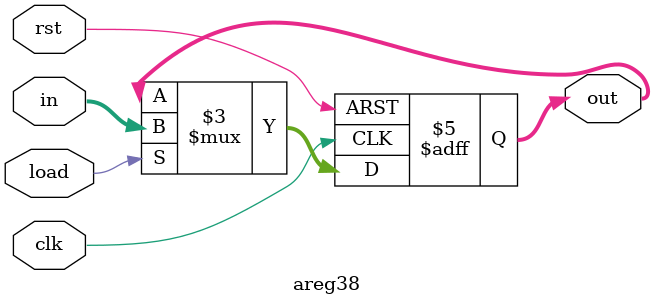
<source format=sv>
module areg38 (clk, rst, load, in, out);

	/*parameter WIDTH = 16; 

	input clk, rst, load;
	input [2*WIDTH+5:0] in;
	output [2*WIDTH+5:0] out;
	reg [2*WIDTH+5:0] out_reg;

	always @(posedge clk or posedge rst or posedge load) begin
	if (rst)
	out_reg = 38'd0;
	else if (clk == 1 && load ==1)
	out_reg = in;
	end
	assign out = out_reg;*/

	parameter WIDTH = 16; 

	input clk, rst, load;
	input [2*WIDTH+5:0] in;
	output logic [2*WIDTH+5:0] out;

    initial begin
        out = 0;
    end

   always@(posedge clk, posedge rst) begin
        if(rst)
            out <= 0;
        else if(load)
            out <= in;
    end
endmodule

</source>
